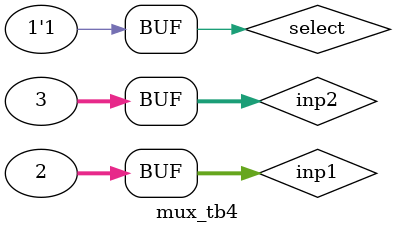
<source format=v>
`timescale 1ns / 1ps


module mux_tb4;

	// Inputs
	reg [31:0] inp1;
	reg [31:0] inp2;
	reg select;

	// Outputs
	wire [31:0] result;

	// Instantiate the Unit Under Test (UUT)
	mux #( 5 ) uut (
		.inp1(inp1), 
		.inp2(inp2), 
		.select(select), 
		.result(result)
	);
	initial begin
		// Initialize Inputs
		inp1 = 2;
		inp2 = 3;
		select = 0;

		// Wait 100 ns for global reset to finish
		#100;
		select =1;
        
		// Add stimulus here

	end
      
endmodule


</source>
